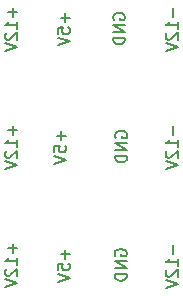
<source format=gbr>
G04 #@! TF.GenerationSoftware,KiCad,Pcbnew,(5.1.9)-1*
G04 #@! TF.CreationDate,2021-04-04T18:01:09+02:00*
G04 #@! TF.ProjectId,Power Modul Main,506f7765-7220-44d6-9f64-756c204d6169,rev?*
G04 #@! TF.SameCoordinates,Original*
G04 #@! TF.FileFunction,Legend,Bot*
G04 #@! TF.FilePolarity,Positive*
%FSLAX46Y46*%
G04 Gerber Fmt 4.6, Leading zero omitted, Abs format (unit mm)*
G04 Created by KiCad (PCBNEW (5.1.9)-1) date 2021-04-04 18:01:09*
%MOMM*%
%LPD*%
G01*
G04 APERTURE LIST*
%ADD10C,0.150000*%
G04 APERTURE END LIST*
G04 #@! TO.C,J12*
D10*
X17216428Y-28845095D02*
X17216428Y-29607000D01*
X17597380Y-30607000D02*
X17597380Y-30035571D01*
X17597380Y-30321285D02*
X16597380Y-30321285D01*
X16740238Y-30226047D01*
X16835476Y-30130809D01*
X16883095Y-30035571D01*
X16692619Y-30987952D02*
X16645000Y-31035571D01*
X16597380Y-31130809D01*
X16597380Y-31368904D01*
X16645000Y-31464142D01*
X16692619Y-31511761D01*
X16787857Y-31559380D01*
X16883095Y-31559380D01*
X17025952Y-31511761D01*
X17597380Y-30940333D01*
X17597380Y-31559380D01*
X16597380Y-31845095D02*
X17597380Y-32178428D01*
X16597380Y-32511761D01*
G04 #@! TO.C,J11*
X12327000Y-29778095D02*
X12279380Y-29682857D01*
X12279380Y-29540000D01*
X12327000Y-29397142D01*
X12422238Y-29301904D01*
X12517476Y-29254285D01*
X12707952Y-29206666D01*
X12850809Y-29206666D01*
X13041285Y-29254285D01*
X13136523Y-29301904D01*
X13231761Y-29397142D01*
X13279380Y-29540000D01*
X13279380Y-29635238D01*
X13231761Y-29778095D01*
X13184142Y-29825714D01*
X12850809Y-29825714D01*
X12850809Y-29635238D01*
X13279380Y-30254285D02*
X12279380Y-30254285D01*
X13279380Y-30825714D01*
X12279380Y-30825714D01*
X13279380Y-31301904D02*
X12279380Y-31301904D01*
X12279380Y-31540000D01*
X12327000Y-31682857D01*
X12422238Y-31778095D01*
X12517476Y-31825714D01*
X12707952Y-31873333D01*
X12850809Y-31873333D01*
X13041285Y-31825714D01*
X13136523Y-31778095D01*
X13231761Y-31682857D01*
X13279380Y-31540000D01*
X13279380Y-31301904D01*
G04 #@! TO.C,J10*
X8072428Y-29254285D02*
X8072428Y-30016190D01*
X8453380Y-29635238D02*
X7691476Y-29635238D01*
X7453380Y-30968571D02*
X7453380Y-30492380D01*
X7929571Y-30444761D01*
X7881952Y-30492380D01*
X7834333Y-30587619D01*
X7834333Y-30825714D01*
X7881952Y-30920952D01*
X7929571Y-30968571D01*
X8024809Y-31016190D01*
X8262904Y-31016190D01*
X8358142Y-30968571D01*
X8405761Y-30920952D01*
X8453380Y-30825714D01*
X8453380Y-30587619D01*
X8405761Y-30492380D01*
X8358142Y-30444761D01*
X7453380Y-31301904D02*
X8453380Y-31635238D01*
X7453380Y-31968571D01*
G04 #@! TO.C,J9*
X3627428Y-28778095D02*
X3627428Y-29540000D01*
X4008380Y-29159047D02*
X3246476Y-29159047D01*
X4008380Y-30540000D02*
X4008380Y-29968571D01*
X4008380Y-30254285D02*
X3008380Y-30254285D01*
X3151238Y-30159047D01*
X3246476Y-30063809D01*
X3294095Y-29968571D01*
X3103619Y-30920952D02*
X3056000Y-30968571D01*
X3008380Y-31063809D01*
X3008380Y-31301904D01*
X3056000Y-31397142D01*
X3103619Y-31444761D01*
X3198857Y-31492380D01*
X3294095Y-31492380D01*
X3436952Y-31444761D01*
X4008380Y-30873333D01*
X4008380Y-31492380D01*
X3008380Y-31778095D02*
X4008380Y-32111428D01*
X3008380Y-32444761D01*
G04 #@! TO.C,J8*
X17216428Y-18778095D02*
X17216428Y-19540000D01*
X17597380Y-20540000D02*
X17597380Y-19968571D01*
X17597380Y-20254285D02*
X16597380Y-20254285D01*
X16740238Y-20159047D01*
X16835476Y-20063809D01*
X16883095Y-19968571D01*
X16692619Y-20920952D02*
X16645000Y-20968571D01*
X16597380Y-21063809D01*
X16597380Y-21301904D01*
X16645000Y-21397142D01*
X16692619Y-21444761D01*
X16787857Y-21492380D01*
X16883095Y-21492380D01*
X17025952Y-21444761D01*
X17597380Y-20873333D01*
X17597380Y-21492380D01*
X16597380Y-21778095D02*
X17597380Y-22111428D01*
X16597380Y-22444761D01*
G04 #@! TO.C,J7*
X12378000Y-19778095D02*
X12330380Y-19682857D01*
X12330380Y-19540000D01*
X12378000Y-19397142D01*
X12473238Y-19301904D01*
X12568476Y-19254285D01*
X12758952Y-19206666D01*
X12901809Y-19206666D01*
X13092285Y-19254285D01*
X13187523Y-19301904D01*
X13282761Y-19397142D01*
X13330380Y-19540000D01*
X13330380Y-19635238D01*
X13282761Y-19778095D01*
X13235142Y-19825714D01*
X12901809Y-19825714D01*
X12901809Y-19635238D01*
X13330380Y-20254285D02*
X12330380Y-20254285D01*
X13330380Y-20825714D01*
X12330380Y-20825714D01*
X13330380Y-21301904D02*
X12330380Y-21301904D01*
X12330380Y-21540000D01*
X12378000Y-21682857D01*
X12473238Y-21778095D01*
X12568476Y-21825714D01*
X12758952Y-21873333D01*
X12901809Y-21873333D01*
X13092285Y-21825714D01*
X13187523Y-21778095D01*
X13282761Y-21682857D01*
X13330380Y-21540000D01*
X13330380Y-21301904D01*
G04 #@! TO.C,J6*
X7768428Y-19254285D02*
X7768428Y-20016190D01*
X8149380Y-19635238D02*
X7387476Y-19635238D01*
X7149380Y-20968571D02*
X7149380Y-20492380D01*
X7625571Y-20444761D01*
X7577952Y-20492380D01*
X7530333Y-20587619D01*
X7530333Y-20825714D01*
X7577952Y-20920952D01*
X7625571Y-20968571D01*
X7720809Y-21016190D01*
X7958904Y-21016190D01*
X8054142Y-20968571D01*
X8101761Y-20920952D01*
X8149380Y-20825714D01*
X8149380Y-20587619D01*
X8101761Y-20492380D01*
X8054142Y-20444761D01*
X7149380Y-21301904D02*
X8149380Y-21635238D01*
X7149380Y-21968571D01*
G04 #@! TO.C,J5*
X3627428Y-18778095D02*
X3627428Y-19540000D01*
X4008380Y-19159047D02*
X3246476Y-19159047D01*
X4008380Y-20540000D02*
X4008380Y-19968571D01*
X4008380Y-20254285D02*
X3008380Y-20254285D01*
X3151238Y-20159047D01*
X3246476Y-20063809D01*
X3294095Y-19968571D01*
X3103619Y-20920952D02*
X3056000Y-20968571D01*
X3008380Y-21063809D01*
X3008380Y-21301904D01*
X3056000Y-21397142D01*
X3103619Y-21444761D01*
X3198857Y-21492380D01*
X3294095Y-21492380D01*
X3436952Y-21444761D01*
X4008380Y-20873333D01*
X4008380Y-21492380D01*
X3008380Y-21778095D02*
X4008380Y-22111428D01*
X3008380Y-22444761D01*
G04 #@! TO.C,J4*
X17216428Y-8779095D02*
X17216428Y-9541000D01*
X17597380Y-10541000D02*
X17597380Y-9969571D01*
X17597380Y-10255285D02*
X16597380Y-10255285D01*
X16740238Y-10160047D01*
X16835476Y-10064809D01*
X16883095Y-9969571D01*
X16692619Y-10921952D02*
X16645000Y-10969571D01*
X16597380Y-11064809D01*
X16597380Y-11302904D01*
X16645000Y-11398142D01*
X16692619Y-11445761D01*
X16787857Y-11493380D01*
X16883095Y-11493380D01*
X17025952Y-11445761D01*
X17597380Y-10874333D01*
X17597380Y-11493380D01*
X16597380Y-11779095D02*
X17597380Y-12112428D01*
X16597380Y-12445761D01*
G04 #@! TO.C,J3*
X12200000Y-9778095D02*
X12152380Y-9682857D01*
X12152380Y-9540000D01*
X12200000Y-9397142D01*
X12295238Y-9301904D01*
X12390476Y-9254285D01*
X12580952Y-9206666D01*
X12723809Y-9206666D01*
X12914285Y-9254285D01*
X13009523Y-9301904D01*
X13104761Y-9397142D01*
X13152380Y-9540000D01*
X13152380Y-9635238D01*
X13104761Y-9778095D01*
X13057142Y-9825714D01*
X12723809Y-9825714D01*
X12723809Y-9635238D01*
X13152380Y-10254285D02*
X12152380Y-10254285D01*
X13152380Y-10825714D01*
X12152380Y-10825714D01*
X13152380Y-11301904D02*
X12152380Y-11301904D01*
X12152380Y-11540000D01*
X12200000Y-11682857D01*
X12295238Y-11778095D01*
X12390476Y-11825714D01*
X12580952Y-11873333D01*
X12723809Y-11873333D01*
X12914285Y-11825714D01*
X13009523Y-11778095D01*
X13104761Y-11682857D01*
X13152380Y-11540000D01*
X13152380Y-11301904D01*
G04 #@! TO.C,J2*
X8072428Y-9255285D02*
X8072428Y-10017190D01*
X8453380Y-9636238D02*
X7691476Y-9636238D01*
X7453380Y-10969571D02*
X7453380Y-10493380D01*
X7929571Y-10445761D01*
X7881952Y-10493380D01*
X7834333Y-10588619D01*
X7834333Y-10826714D01*
X7881952Y-10921952D01*
X7929571Y-10969571D01*
X8024809Y-11017190D01*
X8262904Y-11017190D01*
X8358142Y-10969571D01*
X8405761Y-10921952D01*
X8453380Y-10826714D01*
X8453380Y-10588619D01*
X8405761Y-10493380D01*
X8358142Y-10445761D01*
X7453380Y-11302904D02*
X8453380Y-11636238D01*
X7453380Y-11969571D01*
G04 #@! TO.C,J1*
X3627428Y-8778095D02*
X3627428Y-9540000D01*
X4008380Y-9159047D02*
X3246476Y-9159047D01*
X4008380Y-10540000D02*
X4008380Y-9968571D01*
X4008380Y-10254285D02*
X3008380Y-10254285D01*
X3151238Y-10159047D01*
X3246476Y-10063809D01*
X3294095Y-9968571D01*
X3103619Y-10920952D02*
X3056000Y-10968571D01*
X3008380Y-11063809D01*
X3008380Y-11301904D01*
X3056000Y-11397142D01*
X3103619Y-11444761D01*
X3198857Y-11492380D01*
X3294095Y-11492380D01*
X3436952Y-11444761D01*
X4008380Y-10873333D01*
X4008380Y-11492380D01*
X3008380Y-11778095D02*
X4008380Y-12111428D01*
X3008380Y-12444761D01*
G04 #@! TD*
M02*

</source>
